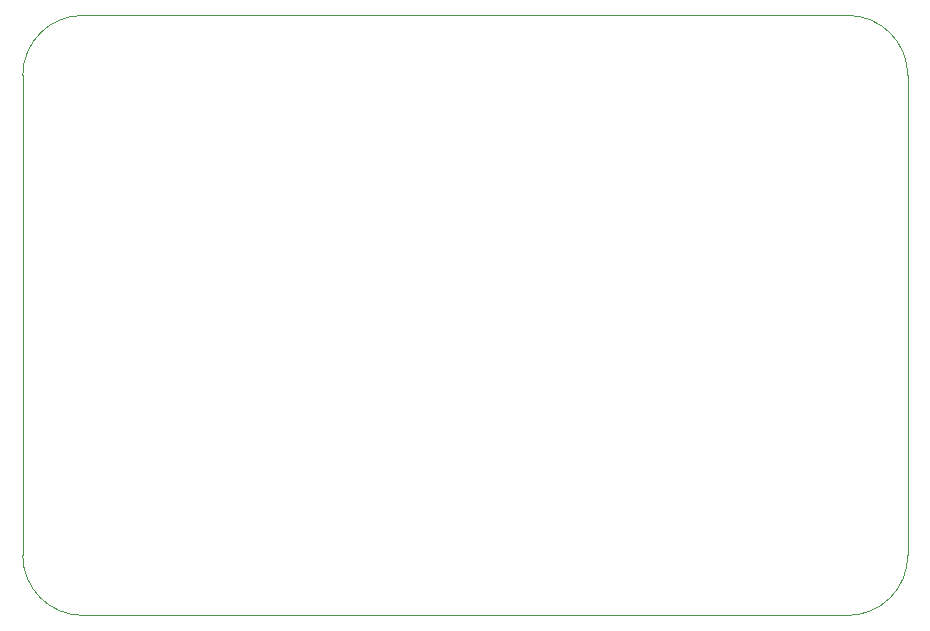
<source format=gbr>
%TF.GenerationSoftware,KiCad,Pcbnew,7.0.5*%
%TF.CreationDate,2023-07-03T19:11:47+08:00*%
%TF.ProjectId,raspnixie-kicad,72617370-6e69-4786-9965-2d6b69636164,rev?*%
%TF.SameCoordinates,Original*%
%TF.FileFunction,Profile,NP*%
%FSLAX46Y46*%
G04 Gerber Fmt 4.6, Leading zero omitted, Abs format (unit mm)*
G04 Created by KiCad (PCBNEW 7.0.5) date 2023-07-03 19:11:47*
%MOMM*%
%LPD*%
G01*
G04 APERTURE LIST*
%TA.AperFunction,Profile*%
%ADD10C,0.100000*%
%TD*%
G04 APERTURE END LIST*
D10*
X60987123Y-84228077D02*
G75*
G03*
X66067077Y-89308077I5079977J-23D01*
G01*
X66067077Y-38508077D02*
G75*
G03*
X60987077Y-43588077I3J-5080003D01*
G01*
X60987077Y-84228077D02*
X60987077Y-43588077D01*
X135917077Y-43588077D02*
X135917077Y-84228077D01*
X130837077Y-89308077D02*
G75*
G03*
X135917077Y-84228077I23J5079977D01*
G01*
X135917123Y-43588077D02*
G75*
G03*
X130837077Y-38508077I-5080023J-23D01*
G01*
X66067077Y-38508077D02*
X130837077Y-38508077D01*
X130837077Y-89308077D02*
X66067077Y-89308077D01*
M02*

</source>
